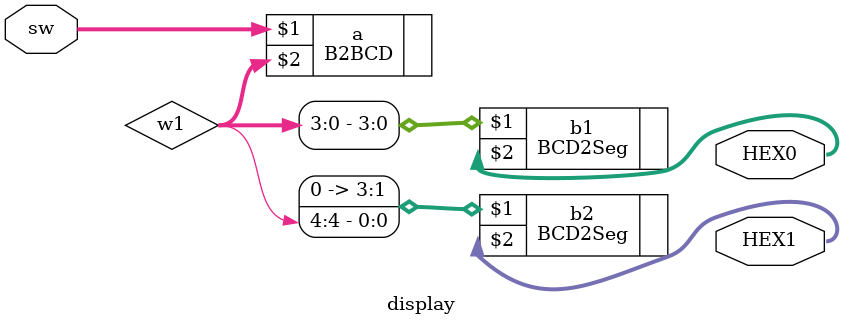
<source format=v>
module display(
	input [3:0] sw,
	output [7:0] HEX0,
	output [7:0] HEX1
);

	wire [4:0] w1;
	B2BCD a(sw,w1);
	BCD2Seg b1(w1[3:0],HEX0);
	BCD2Seg b2({1'b0,1'b0,1'b0,w1[4]},HEX1);

endmodule
</source>
